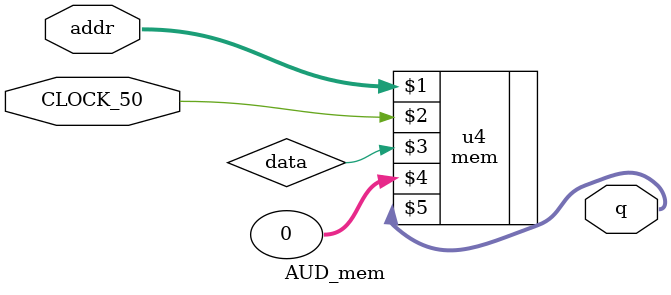
<source format=v>
module AUD_mem (
	addr,
	CLOCK_50,
	q
);
	/*
		addr EVENT 감지하여 해당 주소값의 데이터를 q값에 상주시켜야한다.
	*/
	input [17:0] addr;
	input CLOCK_50;
	output [15:0] q;
	wire data;
	
	mem u4 (addr, CLOCK_50, data, 0, q);

endmodule
</source>
